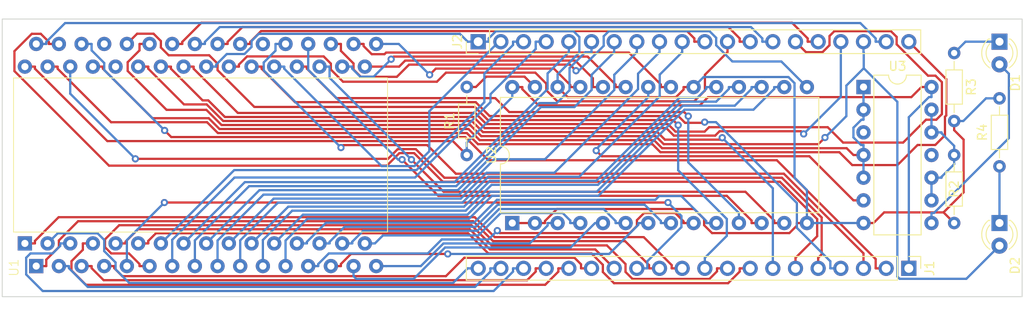
<source format=kicad_pcb>
(kicad_pcb (version 20221018) (generator pcbnew)
  (layers (0 "F.Cu" signal) (31 "B.Cu" signal) (34 "B.Paste" user) (35 "F.Paste" user) (36 "B.SilkS" user "B.Silkscreen") (37 "F.SilkS" user "F.Silkscreen") (38 "B.Mask" user) (39 "F.Mask" user) (44 "Edge.Cuts" user))
  (net 0 "")
  (net 1 "Net-(D1-K)")
  (net 2 "Net-(D1-A)")
  (net 3 "Net-(D2-K)")
  (net 4 "P0.0")
  (net 5 "VCC")
  (net 6 "~{RESET}")
  (net 7 "~{MDS}")
  (net 8 "IACK")
  (net 9 "P3.0")
  (net 10 "P3.1")
  (net 11 "P3.2")
  (net 12 "P3.3")
  (net 13 "P3.4")
  (net 14 "P3.5")
  (net 15 "P3.6")
  (net 16 "P3.7")
  (net 17 "P2.0")
  (net 18 "P2.1")
  (net 19 "P2.2")
  (net 20 "P2.3")
  (net 21 "P2.4")
  (net 22 "P2.5")
  (net 23 "P2.6")
  (net 24 "P2.7")
  (net 25 "GND")
  (net 26 "SCLK")
  (net 27 "P1.7")
  (net 28 "P1.6")
  (net 29 "P1.5")
  (net 30 "P1.4")
  (net 31 "P1.3")
  (net 32 "P1.2")
  (net 33 "P1.1")
  (net 34 "P1.0")
  (net 35 "P0.7")
  (net 36 "P0.6")
  (net 37 "P0.5")
  (net 38 "P0.4")
  (net 39 "P0.3")
  (net 40 "P0.2")
  (net 41 "P0.1")
  (net 42 "XTAL2")
  (net 43 "XTAL1")
  (net 44 "Net-(U2-~{WE})")
  (net 45 "Net-(R2-Pad2)")
  (net 46 "Net-(U1-D7)")
  (net 47 "Net-(U1-D6)")
  (net 48 "Net-(U1-D5)")
  (net 49 "Net-(U1-D4)")
  (net 50 "Net-(U1-A0)")
  (net 51 "Net-(U1-A1)")
  (net 52 "Net-(U1-A2)")
  (net 53 "Net-(U1-A3)")
  (net 54 "Net-(U1-A4)")
  (net 55 "Net-(U1-A5)")
  (net 56 "Net-(U1-A6)")
  (net 57 "Net-(U1-A7)")
  (net 58 "Net-(U1-A8)")
  (net 59 "Net-(U1-A9)")
  (net 60 "Net-(U1-A10)")
  (net 61 "Net-(U1-A11)")
  (net 62 "Net-(U1-D3)")
  (net 63 "Net-(U1-D2)")
  (net 64 "Net-(U1-D1)")
  (net 65 "Net-(U1-D0)")
  (net 69 "Net-(U1-R{slash}~{W})")
  (net 70 "Net-(U2-~{OE})")
  (footprint "Resistor_THT:R_Axial_DIN0204_L3.6mm_D1.6mm_P7.62mm_Horizontal" (layer "F.Cu") (at 90.16 63.495 90)
    (fp_text reference "R1")
    (fp_text value "1K")
  )
  (footprint "Resistor_THT:R_Axial_DIN0204_L3.6mm_D1.6mm_P7.62mm_Horizontal" (layer "F.Cu") (at 144.78 52.07 -90)
    (fp_text reference "R3")
    (fp_text value "1K")
  )
  (footprint "LED_THT:LED_D3.0mm" (layer "F.Cu") (at 149.86 50.8 -90)
    (fp_text reference "D1")
    (fp_text value "LED")
  )
  (footprint "LED_THT:LED_D3.0mm" (layer "F.Cu") (at 149.86 71.12 -90)
    (fp_text reference "D2")
    (fp_text value "LED")
  )
  (footprint "Connector_PinHeader_2.54mm:PinHeader_1x20_P2.54mm_Vertical" (layer "F.Cu") (at 139.7 76.2 -90)
    (fp_text reference "J1")
    (fp_text value "Conn_01x20")
  )
  (footprint "Connector_PinHeader_2.54mm:PinHeader_1x20_P2.54mm_Vertical" (layer "F.Cu") (at 91.44 50.8 90)
    (fp_text reference "J2")
    (fp_text value "Conn_01x20")
  )
  (footprint "Package_DIP:DIP-28_W15.24mm" (layer "F.Cu") (at 95.26 71.125 90)
    (fp_text reference "U2")
    (fp_text value "28C256")
  )
  (footprint "Resistor_THT:R_Axial_DIN0204_L3.6mm_D1.6mm_P7.62mm_Horizontal" (layer "F.Cu") (at 144.78 71.12 90)
    (fp_text reference "R2")
    (fp_text value "1K")
  )
  (footprint "Package_DIP:DIP-14_W7.62mm" (layer "F.Cu") (at 134.62 55.88)
    (fp_text reference "U3")
    (fp_text value "74LS40")
  )
  (footprint "Tholin:QIP" (layer "F.Cu") (at 38.1 63.5 90)
    (fp_text reference "U1")
    (fp_text value "UB8840")
  )
  (footprint "Resistor_THT:R_Axial_DIN0204_L3.6mm_D1.6mm_P7.62mm_Horizontal" (layer "F.Cu") (at 149.86 64.77 90)
    (fp_text reference "R4")
    (fp_text value "1K")
  )
  (gr_rect (start 38.1 48.26) (end 152.4 79.375) (stroke (width 0.1)) (fill none) (layer "Edge.Cuts"))
  (segment (start 149.86 50.8) (end 146.05 50.8) (width 0.25) (layer "B.Cu") (net 1))
  (segment (start 146.05 50.8) (end 144.78 52.07) (width 0.25) (layer "B.Cu") (net 1))
  (segment (start 142.24 69.9949) (end 142.5213 69.9949) (width 0.25) (layer "B.Cu") (net 2))
  (segment (start 150.9135 61.6027) (end 150.9135 54.3935) (width 0.25) (layer "B.Cu") (net 2))
  (segment (start 142.5213 69.9949) (end 150.9135 61.6027) (width 0.25) (layer "B.Cu") (net 2))
  (segment (start 142.24 71.12) (end 142.24 69.9949) (width 0.25) (layer "B.Cu") (net 2))
  (segment (start 150.9135 54.3935) (end 149.86 53.34) (width 0.25) (layer "B.Cu") (net 2))
  (segment (start 149.86 71.12) (end 149.86 64.77) (width 0.25) (layer "B.Cu") (net 3))
  (segment (start 53.4849 51.773) (end 52.1582 53.0997) (width 0.25) (layer "F.Cu") (net 4))
  (segment (start 52.1582 54.0794) (end 56.5158 58.437) (width 0.25) (layer "F.Cu") (net 4))
  (segment (start 60.9782 58.437) (end 62.6784 60.1372) (width 0.25) (layer "F.Cu") (net 4))
  (segment (start 90.5419 60.1372) (end 91.7893 61.3846) (width 0.25) (layer "F.Cu") (net 4))
  (segment (start 129.5585 62.2861) (end 130.3029 61.5417) (width 0.25) (layer "F.Cu") (net 4))
  (segment (start 56.5158 58.437) (end 60.9782 58.437) (width 0.25) (layer "F.Cu") (net 4))
  (segment (start 53.4849 51.054) (end 53.4849 51.773) (width 0.25) (layer "F.Cu") (net 4))
  (segment (start 52.1582 53.0997) (end 52.1582 54.0794) (width 0.25) (layer "F.Cu") (net 4))
  (segment (start 91.7893 61.3846) (end 111.3333 61.3846) (width 0.25) (layer "F.Cu") (net 4))
  (segment (start 62.6784 60.1372) (end 90.5419 60.1372) (width 0.25) (layer "F.Cu") (net 4))
  (segment (start 54.61 51.054) (end 53.4849 51.054) (width 0.25) (layer "F.Cu") (net 4))
  (segment (start 111.3333 61.3846) (end 112.2348 62.2861) (width 0.25) (layer "F.Cu") (net 4))
  (segment (start 112.2348 62.2861) (end 129.5585 62.2861) (width 0.25) (layer "F.Cu") (net 4))
  (via (at 130.3029 61.5417) (size 0.8) (drill 0.4) (layers "F.Cu" "B.Cu") (net 4))
  (segment (start 146.1448 77.3752) (end 138.669 77.3752) (width 0.25) (layer "B.Cu") (net 4))
  (segment (start 138.4146 57.54) (end 134.6478 53.7732) (width 0.25) (layer "B.Cu") (net 4))
  (segment (start 132.7004 59.1442) (end 130.3029 61.5417) (width 0.25) (layer "B.Cu") (net 4))
  (segment (start 138.669 77.3752) (end 138.4146 77.1208) (width 0.25) (layer "B.Cu") (net 4))
  (segment (start 134.62 51.9751) (end 134.6478 52.0029) (width 0.25) (layer "B.Cu") (net 4))
  (segment (start 134.6478 53.7732) (end 132.7004 55.7206) (width 0.25) (layer "B.Cu") (net 4))
  (segment (start 149.86 73.66) (end 146.1448 77.3752) (width 0.25) (layer "B.Cu") (net 4))
  (segment (start 134.62 50.8) (end 134.62 51.9751) (width 0.25) (layer "B.Cu") (net 4))
  (segment (start 134.6478 52.0029) (end 134.6478 53.7732) (width 0.25) (layer "B.Cu") (net 4))
  (segment (start 138.4146 77.1208) (end 138.4146 57.54) (width 0.25) (layer "B.Cu") (net 4))
  (segment (start 132.7004 55.7206) (end 132.7004 59.1442) (width 0.25) (layer "B.Cu") (net 4))
  (segment (start 142.24 55.88) (end 141.1149 55.88) (width 0.25) (layer "F.Cu") (net 5))
  (segment (start 49.8755 61.9376) (end 88.6026 61.9376) (width 0.25) (layer "F.Cu") (net 5))
  (segment (start 139.9847 57.0102) (end 117.202 57.0102) (width 0.25) (layer "F.Cu") (net 5))
  (segment (start 88.6026 61.9376) (end 90.16 63.495) (width 0.25) (layer "F.Cu") (net 5))
  (segment (start 41.7651 53.594) (end 41.7651 53.8272) (width 0.25) (layer "F.Cu") (net 5))
  (segment (start 141.1149 55.88) (end 139.9847 57.0102) (width 0.25) (layer "F.Cu") (net 5))
  (segment (start 41.7651 53.8272) (end 49.8755 61.9376) (width 0.25) (layer "F.Cu") (net 5))
  (segment (start 95.26 55.885) (end 96.3851 55.885) (width 0.25) (layer "F.Cu") (net 5))
  (segment (start 117.202 57.0102) (end 116.2796 57.9326) (width 0.25) (layer "F.Cu") (net 5))
  (segment (start 96.3851 56.1182) (end 96.3851 55.885) (width 0.25) (layer "F.Cu") (net 5))
  (segment (start 116.2796 57.9326) (end 98.1995 57.9326) (width 0.25) (layer "F.Cu") (net 5))
  (segment (start 40.64 53.594) (end 41.7651 53.594) (width 0.25) (layer "F.Cu") (net 5))
  (segment (start 98.1995 57.9326) (end 96.3851 56.1182) (width 0.25) (layer "F.Cu") (net 5))
  (segment (start 142.24 57.0051) (end 141.9587 57.0051) (width 0.25) (layer "B.Cu") (net 5))
  (segment (start 95.26 55.885) (end 95.26 57.0101) (width 0.25) (layer "B.Cu") (net 5))
  (segment (start 139.7 59.2638) (end 139.7 76.2) (width 0.25) (layer "B.Cu") (net 5))
  (segment (start 90.16 62.1101) (end 90.16 63.495) (width 0.25) (layer "B.Cu") (net 5))
  (segment (start 95.26 57.0101) (end 90.16 62.1101) (width 0.25) (layer "B.Cu") (net 5))
  (segment (start 142.24 55.88) (end 142.24 57.0051) (width 0.25) (layer "B.Cu") (net 5))
  (segment (start 141.9587 57.0051) (end 139.7 59.2638) (width 0.25) (layer "B.Cu") (net 5))
  (segment (start 56.3 60.7467) (end 57.0408 61.4875) (width 0.25) (layer "F.Cu") (net 6))
  (segment (start 57.0408 61.4875) (end 89.9825 61.4875) (width 0.25) (layer "F.Cu") (net 6))
  (segment (start 124.9097 64.0865) (end 135.9849 75.1617) (width 0.25) (layer "F.Cu") (net 6))
  (segment (start 137.16 76.2) (end 135.9849 76.2) (width 0.25) (layer "F.Cu") (net 6))
  (segment (start 89.9825 61.4875) (end 92.5815 64.0865) (width 0.25) (layer "F.Cu") (net 6))
  (segment (start 135.9849 75.1617) (end 135.9849 76.2) (width 0.25) (layer "F.Cu") (net 6))
  (segment (start 92.5815 64.0865) (end 124.9097 64.0865) (width 0.25) (layer "F.Cu") (net 6))
  (via (at 56.3 60.7467) (size 0.8) (drill 0.4) (layers "F.Cu" "B.Cu") (net 6))
  (segment (start 49.53 53.9767) (end 56.3 60.7467) (width 0.25) (layer "B.Cu") (net 6))
  (segment (start 46.99 51.054) (end 48.1151 51.054) (width 0.25) (layer "B.Cu") (net 6))
  (segment (start 48.1151 51.773) (end 49.53 53.1879) (width 0.25) (layer "B.Cu") (net 6))
  (segment (start 49.53 53.1879) (end 49.53 53.9767) (width 0.25) (layer "B.Cu") (net 6))
  (segment (start 48.1151 51.054) (end 48.1151 51.773) (width 0.25) (layer "B.Cu") (net 6))
  (segment (start 85.7274 62.3877) (end 76.3401 62.3877) (width 0.25) (layer "F.Cu") (net 7))
  (segment (start 88.9355 65.5958) (end 85.7274 62.3877) (width 0.25) (layer "F.Cu") (net 7))
  (segment (start 76.3401 62.3877) (end 76.0613 62.6665) (width 0.25) (layer "F.Cu") (net 7))
  (segment (start 134.62 74.5211) (end 125.6947 65.5958) (width 0.25) (layer "F.Cu") (net 7))
  (segment (start 134.62 76.2) (end 134.62 74.5211) (width 0.25) (layer "F.Cu") (net 7))
  (segment (start 125.6947 65.5958) (end 88.9355 65.5958) (width 0.25) (layer "F.Cu") (net 7))
  (via (at 76.0613 62.6665) (size 0.8) (drill 0.4) (layers "F.Cu" "B.Cu") (net 7))
  (segment (start 67.405 53.1291) (end 67.405 54.0102) (width 0.25) (layer "B.Cu") (net 7))
  (segment (start 68.7249 51.8092) (end 67.405 53.1291) (width 0.25) (layer "B.Cu") (net 7))
  (segment (start 68.7249 51.054) (end 68.7249 51.8092) (width 0.25) (layer "B.Cu") (net 7))
  (segment (start 69.85 51.054) (end 68.7249 51.054) (width 0.25) (layer "B.Cu") (net 7))
  (segment (start 67.405 54.0102) (end 76.0613 62.6665) (width 0.25) (layer "B.Cu") (net 7))
  (segment (start 91.1625 57.5748) (end 92.7218 59.1341) (width 0.25) (layer "F.Cu") (net 8))
  (segment (start 70.9127 57.5748) (end 91.1625 57.5748) (width 0.25) (layer "F.Cu") (net 8))
  (segment (start 67.1651 53.594) (end 67.1651 53.8272) (width 0.25) (layer "F.Cu") (net 8))
  (segment (start 114.6191 59.8899) (end 116.7457 59.8899) (width 0.25) (layer "F.Cu") (net 8))
  (segment (start 113.8633 59.1341) (end 114.6191 59.8899) (width 0.25) (layer "F.Cu") (net 8))
  (segment (start 116.7457 59.8899) (end 116.8208 59.8148) (width 0.25) (layer "F.Cu") (net 8))
  (segment (start 66.04 53.594) (end 67.1651 53.594) (width 0.25) (layer "F.Cu") (net 8))
  (segment (start 67.1651 53.8272) (end 70.9127 57.5748) (width 0.25) (layer "F.Cu") (net 8))
  (segment (start 92.7218 59.1341) (end 113.8633 59.1341) (width 0.25) (layer "F.Cu") (net 8))
  (via (at 116.8208 59.8148) (size 0.8) (drill 0.4) (layers "F.Cu" "B.Cu") (net 8))
  (segment (start 130.9049 75.4104) (end 127.1548 71.6603) (width 0.25) (layer "B.Cu") (net 8))
  (segment (start 127.1548 68.8809) (end 118.0887 59.8148) (width 0.25) (layer "B.Cu") (net 8))
  (segment (start 118.0887 59.8148) (end 116.8208 59.8148) (width 0.25) (layer "B.Cu") (net 8))
  (segment (start 132.08 76.2) (end 130.9049 76.2) (width 0.25) (layer "B.Cu") (net 8))
  (segment (start 127.1548 71.6603) (end 127.1548 68.8809) (width 0.25) (layer "B.Cu") (net 8))
  (segment (start 130.9049 76.2) (end 130.9049 75.4104) (width 0.25) (layer "B.Cu") (net 8))
  (segment (start 129.9338 70.5018) (end 125.4779 66.0459) (width 0.25) (layer "F.Cu") (net 9))
  (segment (start 129.9338 74.6311) (end 129.9338 70.5018) (width 0.25) (layer "F.Cu") (net 9))
  (segment (start 129.54 75.0249) (end 129.9338 74.6311) (width 0.25) (layer "F.Cu") (net 9))
  (segment (start 87.6541 66.0459) (end 84.446 62.8378) (width 0.25) (layer "F.Cu") (net 9))
  (segment (start 81.332 63.9274) (end 53.0208 63.9274) (width 0.25) (layer "F.Cu") (net 9))
  (segment (start 125.4779 66.0459) (end 87.6541 66.0459) (width 0.25) (layer "F.Cu") (net 9))
  (segment (start 84.446 62.8378) (end 82.4216 62.8378) (width 0.25) (layer "F.Cu") (net 9))
  (segment (start 82.4216 62.8378) (end 81.332 63.9274) (width 0.25) (layer "F.Cu") (net 9))
  (segment (start 129.54 76.2) (end 129.54 75.0249) (width 0.25) (layer "F.Cu") (net 9))
  (via (at 53.0208 63.9274) (size 0.8) (drill 0.4) (layers "F.Cu" "B.Cu") (net 9))
  (segment (start 45.72 56.6266) (end 53.0208 63.9274) (width 0.25) (layer "B.Cu") (net 9))
  (segment (start 45.72 53.594) (end 45.72 56.6266) (width 0.25) (layer "B.Cu") (net 9))
  (segment (start 129.428 72.5969) (end 129.428 70.6813) (width 0.25) (layer "F.Cu") (net 10))
  (segment (start 41.4134 49.9166) (end 42.4206 49.9166) (width 0.25) (layer "F.Cu") (net 10))
  (segment (start 82.6081 63.2879) (end 81.2041 64.6919) (width 0.25) (layer "F.Cu") (net 10))
  (segment (start 127 75.0249) (end 129.428 72.5969) (width 0.25) (layer "F.Cu") (net 10))
  (segment (start 125.2427 66.496) (end 87.4676 66.496) (width 0.25) (layer "F.Cu") (net 10))
  (segment (start 127 76.2) (end 127 75.0249) (width 0.25) (layer "F.Cu") (net 10))
  (segment (start 81.2041 64.6919) (end 50.0635 64.6919) (width 0.25) (layer "F.Cu") (net 10))
  (segment (start 87.4676 66.496) (end 84.2595 63.2879) (width 0.25) (layer "F.Cu") (net 10))
  (segment (start 43.3249 50.8209) (end 43.3249 51.054) (width 0.25) (layer "F.Cu") (net 10))
  (segment (start 84.2595 63.2879) (end 82.6081 63.2879) (width 0.25) (layer "F.Cu") (net 10))
  (segment (start 39.4671 51.8629) (end 41.4134 49.9166) (width 0.25) (layer "F.Cu") (net 10))
  (segment (start 44.45 51.054) (end 43.3249 51.054) (width 0.25) (layer "F.Cu") (net 10))
  (segment (start 50.0635 64.6919) (end 39.4671 54.0955) (width 0.25) (layer "F.Cu") (net 10))
  (segment (start 39.4671 54.0955) (end 39.4671 51.8629) (width 0.25) (layer "F.Cu") (net 10))
  (segment (start 42.4206 49.9166) (end 43.3249 50.8209) (width 0.25) (layer "F.Cu") (net 10))
  (segment (start 129.428 70.6813) (end 125.2427 66.496) (width 0.25) (layer "F.Cu") (net 10))
  (segment (start 62.8649 59.6871) (end 90.7284 59.6871) (width 0.25) (layer "F.Cu") (net 11))
  (segment (start 112.3619 61.7766) (end 118.5743 61.7766) (width 0.25) (layer "F.Cu") (net 11))
  (segment (start 90.7284 59.6871) (end 91.9758 60.9345) (width 0.25) (layer "F.Cu") (net 11))
  (segment (start 54.4651 53.594) (end 54.4651 53.8272) (width 0.25) (layer "F.Cu") (net 11))
  (segment (start 53.34 53.594) (end 54.4651 53.594) (width 0.25) (layer "F.Cu") (net 11))
  (segment (start 111.5198 60.9345) (end 112.3619 61.7766) (width 0.25) (layer "F.Cu") (net 11))
  (segment (start 54.4651 53.8272) (end 58.4656 57.8277) (width 0.25) (layer "F.Cu") (net 11))
  (segment (start 118.5743 61.7766) (end 118.7899 61.561) (width 0.25) (layer "F.Cu") (net 11))
  (segment (start 61.0055 57.8277) (end 62.8649 59.6871) (width 0.25) (layer "F.Cu") (net 11))
  (segment (start 58.4656 57.8277) (end 61.0055 57.8277) (width 0.25) (layer "F.Cu") (net 11))
  (segment (start 91.9758 60.9345) (end 111.5198 60.9345) (width 0.25) (layer "F.Cu") (net 11))
  (via (at 118.7899 61.561) (size 0.8) (drill 0.4) (layers "F.Cu" "B.Cu") (net 11))
  (segment (start 124.46 76.2) (end 124.46 67.2311) (width 0.25) (layer "B.Cu") (net 11))
  (segment (start 124.46 67.2311) (end 118.7899 61.561) (width 0.25) (layer "B.Cu") (net 11))
  (segment (start 120.7449 76.5652) (end 120.7449 76.2) (width 0.25) (layer "F.Cu") (net 12))
  (segment (start 55.3207 72.2691) (end 90.3107 72.2691) (width 0.25) (layer "F.Cu") (net 12))
  (segment (start 121.92 76.2) (end 120.7449 76.2) (width 0.25) (layer "F.Cu") (net 12))
  (segment (start 92.5728 74.5312) (end 104.1378 74.5312) (width 0.25) (layer "F.Cu") (net 12))
  (segment (start 106.6621 77.863) (end 119.4471 77.863) (width 0.25) (layer "F.Cu") (net 12))
  (segment (start 105.41 76.6109) (end 106.6621 77.863) (width 0.25) (layer "F.Cu") (net 12))
  (segment (start 53.34 73.406) (end 54.4651 73.406) (width 0.25) (layer "F.Cu") (net 12))
  (segment (start 119.4471 77.863) (end 120.7449 76.5652) (width 0.25) (layer "F.Cu") (net 12))
  (segment (start 104.1378 74.5312) (end 105.41 75.8034) (width 0.25) (layer "F.Cu") (net 12))
  (segment (start 54.4651 73.406) (end 54.4651 73.1247) (width 0.25) (layer "F.Cu") (net 12))
  (segment (start 90.3107 72.2691) (end 92.5728 74.5312) (width 0.25) (layer "F.Cu") (net 12))
  (segment (start 54.4651 73.1247) (end 55.3207 72.2691) (width 0.25) (layer "F.Cu") (net 12))
  (segment (start 105.41 75.8034) (end 105.41 76.6109) (width 0.25) (layer "F.Cu") (net 12))
  (segment (start 92.9458 73.631) (end 105.8654 73.631) (width 0.25) (layer "F.Cu") (net 13))
  (segment (start 50.3192 74.5312) (end 49.6182 73.8302) (width 0.25) (layer "F.Cu") (net 13))
  (segment (start 90.6836 71.3688) (end 92.9458 73.631) (width 0.25) (layer "F.Cu") (net 13))
  (segment (start 117.3536 77.3874) (end 118.2049 76.5361) (width 0.25) (layer "F.Cu") (net 13))
  (segment (start 53.4849 75.7129) (end 52.3032 74.5312) (width 0.25) (layer "F.Cu") (net 13))
  (segment (start 107.95 76.6034) (end 108.734 77.3874) (width 0.25) (layer "F.Cu") (net 13))
  (segment (start 118.2049 76.5361) (end 118.2049 76.2) (width 0.25) (layer "F.Cu") (net 13))
  (segment (start 53.4849 75.946) (end 53.4849 75.7129) (width 0.25) (layer "F.Cu") (net 13))
  (segment (start 52.3032 74.5312) (end 50.3192 74.5312) (width 0.25) (layer "F.Cu") (net 13))
  (segment (start 49.6182 72.9521) (end 51.2015 71.3688) (width 0.25) (layer "F.Cu") (net 13))
  (segment (start 119.38 76.2) (end 118.2049 76.2) (width 0.25) (layer "F.Cu") (net 13))
  (segment (start 49.6182 73.8302) (end 49.6182 72.9521) (width 0.25) (layer "F.Cu") (net 13))
  (segment (start 54.61 75.946) (end 53.4849 75.946) (width 0.25) (layer "F.Cu") (net 13))
  (segment (start 108.734 77.3874) (end 117.3536 77.3874) (width 0.25) (layer "F.Cu") (net 13))
  (segment (start 105.8654 73.631) (end 107.95 75.7156) (width 0.25) (layer "F.Cu") (net 13))
  (segment (start 107.95 75.7156) (end 107.95 76.6034) (width 0.25) (layer "F.Cu") (net 13))
  (segment (start 51.2015 71.3688) (end 90.6836 71.3688) (width 0.25) (layer "F.Cu") (net 13))
  (segment (start 61.2959 52.324) (end 56.752 52.324) (width 0.25) (layer "F.Cu") (net 14))
  (segment (start 53.2174 49.9066) (end 52.07 51.054) (width 0.25) (layer "F.Cu") (net 14))
  (segment (start 55.88 51.452) (end 55.88 50.7266) (width 0.25) (layer "F.Cu") (net 14))
  (segment (start 55.88 50.7266) (end 55.06 49.9066) (width 0.25) (layer "F.Cu") (net 14))
  (segment (start 91.0629 58.1118) (end 66.3504 58.1118) (width 0.25) (layer "F.Cu") (net 14))
  (segment (start 62.23 53.2581) (end 61.2959 52.324) (width 0.25) (layer "F.Cu") (net 14))
  (segment (start 56.752 52.324) (end 55.88 51.452) (width 0.25) (layer "F.Cu") (net 14))
  (segment (start 113.2838 59.5842) (end 92.5353 59.5842) (width 0.25) (layer "F.Cu") (net 14))
  (segment (start 66.3504 58.1118) (end 62.23 53.9914) (width 0.25) (layer "F.Cu") (net 14))
  (segment (start 92.5353 59.5842) (end 91.0629 58.1118) (width 0.25) (layer "F.Cu") (net 14))
  (segment (start 113.8509 60.1513) (end 113.2838 59.5842) (width 0.25) (layer "F.Cu") (net 14))
  (segment (start 55.06 49.9066) (end 53.2174 49.9066) (width 0.25) (layer "F.Cu") (net 14))
  (segment (start 62.23 53.9914) (end 62.23 53.2581) (width 0.25) (layer "F.Cu") (net 14))
  (via (at 113.8509 60.1513) (size 0.8) (drill 0.4) (layers "F.Cu" "B.Cu") (net 14))
  (segment (start 119.3013 72.5636) (end 119.3013 70.6615) (width 0.25) (layer "B.Cu") (net 14))
  (segment (start 113.8509 65.2111) (end 113.8509 60.1513) (width 0.25) (layer "B.Cu") (net 14))
  (segment (start 116.84 76.2) (end 116.84 75.0249) (width 0.25) (layer "B.Cu") (net 14))
  (segment (start 119.3013 70.6615) (end 113.8509 65.2111) (width 0.25) (layer "B.Cu") (net 14))
  (segment (start 116.84 75.0249) (end 119.3013 72.5636) (width 0.25) (layer "B.Cu") (net 14))
  (segment (start 44.4212 70.4686) (end 91.0566 70.4686) (width 0.25) (layer "F.Cu") (net 15))
  (segment (start 93.2882 72.7002) (end 109.9903 72.7002) (width 0.25) (layer "F.Cu") (net 15))
  (segment (start 113.1249 75.8348) (end 113.1249 76.2) (width 0.25) (layer "F.Cu") (net 15))
  (segment (start 114.3 76.2) (end 113.1249 76.2) (width 0.25) (layer "F.Cu") (net 15))
  (segment (start 91.0566 70.4686) (end 93.2882 72.7002) (width 0.25) (layer "F.Cu") (net 15))
  (segment (start 40.64 73.406) (end 41.7651 73.406) (width 0.25) (layer "F.Cu") (net 15))
  (segment (start 41.7651 73.1247) (end 44.4212 70.4686) (width 0.25) (layer "F.Cu") (net 15))
  (segment (start 41.7651 73.406) (end 41.7651 73.1247) (width 0.25) (layer "F.Cu") (net 15))
  (segment (start 109.9903 72.7002) (end 113.1249 75.8348) (width 0.25) (layer "F.Cu") (net 15))
  (segment (start 93.1017 73.1503) (end 107.9025 73.1503) (width 0.25) (layer "F.Cu") (net 16))
  (segment (start 110.5849 75.8327) (end 110.5849 76.2) (width 0.25) (layer "F.Cu") (net 16))
  (segment (start 44.45 73.0696) (end 46.6009 70.9187) (width 0.25) (layer "F.Cu") (net 16))
  (segment (start 41.91 75.946) (end 43.0351 75.946) (width 0.25) (layer "F.Cu") (net 16))
  (segment (start 46.6009 70.9187) (end 90.8701 70.9187) (width 0.25) (layer "F.Cu") (net 16))
  (segment (start 43.0351 75.227) (end 44.45 73.8121) (width 0.25) (layer "F.Cu") (net 16))
  (segment (start 111.76 76.2) (end 110.5849 76.2) (width 0.25) (layer "F.Cu") (net 16))
  (segment (start 44.45 73.8121) (end 44.45 73.0696) (width 0.25) (layer "F.Cu") (net 16))
  (segment (start 107.9025 73.1503) (end 110.5849 75.8327) (width 0.25) (layer "F.Cu") (net 16))
  (segment (start 43.0351 75.946) (end 43.0351 75.227) (width 0.25) (layer "F.Cu") (net 16))
  (segment (start 90.8701 70.9187) (end 93.1017 73.1503) (width 0.25) (layer "F.Cu") (net 16))
  (segment (start 112.7105 68.8246) (end 56.2729 68.8246) (width 0.25) (layer "F.Cu") (net 17))
  (via (at 112.7105 68.8246) (size 0.8) (drill 0.4) (layers "F.Cu" "B.Cu") (net 17))
  (via (at 56.2729 68.8246) (size 0.8) (drill 0.4) (layers "F.Cu" "B.Cu") (net 17))
  (segment (start 110.3951 75.4051) (end 114.2169 71.5833) (width 0.25) (layer "B.Cu") (net 17))
  (segment (start 114.2169 71.5833) (end 114.2169 70.331) (width 0.25) (layer "B.Cu") (net 17))
  (segment (start 110.3951 76.2) (end 110.3951 75.4051) (width 0.25) (layer "B.Cu") (net 17))
  (segment (start 109.22 76.2) (end 110.3951 76.2) (width 0.25) (layer "B.Cu") (net 17))
  (segment (start 52.07 73.0275) (end 56.2729 68.8246) (width 0.25) (layer "B.Cu") (net 17))
  (segment (start 52.07 75.946) (end 52.07 73.0275) (width 0.25) (layer "B.Cu") (net 17))
  (segment (start 114.2169 70.331) (end 112.7105 68.8246) (width 0.25) (layer "B.Cu") (net 17))
  (segment (start 90.4971 71.8189) (end 92.7593 74.0811) (width 0.25) (layer "F.Cu") (net 18))
  (segment (start 51.9251 73.2075) (end 53.3137 71.8189) (width 0.25) (layer "F.Cu") (net 18))
  (segment (start 92.7593 74.0811) (end 104.5611 74.0811) (width 0.25) (layer "F.Cu") (net 18))
  (segment (start 50.8 73.406) (end 51.9251 73.406) (width 0.25) (layer "F.Cu") (net 18))
  (segment (start 51.9251 73.406) (end 51.9251 73.2075) (width 0.25) (layer "F.Cu") (net 18))
  (segment (start 53.3137 71.8189) (end 90.4971 71.8189) (width 0.25) (layer "F.Cu") (net 18))
  (segment (start 104.5611 74.0811) (end 106.68 76.2) (width 0.25) (layer "F.Cu") (net 18))
  (segment (start 51.551 77.0751) (end 50.6551 76.1792) (width 0.25) (layer "F.Cu") (net 19))
  (segment (start 102.9649 76.2) (end 102.9649 75.7463) (width 0.25) (layer "F.Cu") (net 19))
  (segment (start 89.8793 75.0164) (end 87.8206 77.0751) (width 0.25) (layer "F.Cu") (net 19))
  (segment (start 50.6551 75.946) (end 49.53 75.946) (width 0.25) (layer "F.Cu") (net 19))
  (segment (start 102.9649 75.7463) (end 102.235 75.0164) (width 0.25) (layer "F.Cu") (net 19))
  (segment (start 102.235 75.0164) (end 89.8793 75.0164) (width 0.25) (layer "F.Cu") (net 19))
  (segment (start 104.14 76.2) (end 102.9649 76.2) (width 0.25) (layer "F.Cu") (net 19))
  (segment (start 87.8206 77.0751) (end 51.551 77.0751) (width 0.25) (layer "F.Cu") (net 19))
  (segment (start 50.6551 76.1792) (end 50.6551 75.946) (width 0.25) (layer "F.Cu") (net 19))
  (segment (start 100.4249 76.5673) (end 98.9485 78.0437) (width 0.25) (layer "F.Cu") (net 20))
  (segment (start 47.474 78.0437) (end 45.8603 76.43) (width 0.25) (layer "F.Cu") (net 20))
  (segment (start 45.8603 76.43) (end 45.8603 75.3996) (width 0.25) (layer "F.Cu") (net 20))
  (segment (start 100.4249 76.2) (end 100.4249 76.5673) (width 0.25) (layer "F.Cu") (net 20))
  (segment (start 45.8603 75.3996) (end 47.1349 74.125) (width 0.25) (layer "F.Cu") (net 20))
  (segment (start 48.26 73.406) (end 47.1349 73.406) (width 0.25) (layer "F.Cu") (net 20))
  (segment (start 101.6 76.2) (end 100.4249 76.2) (width 0.25) (layer "F.Cu") (net 20))
  (segment (start 47.1349 74.125) (end 47.1349 73.406) (width 0.25) (layer "F.Cu") (net 20))
  (segment (start 98.9485 78.0437) (end 47.474 78.0437) (width 0.25) (layer "F.Cu") (net 20))
  (segment (start 97.8849 76.5672) (end 96.9268 77.5253) (width 0.25) (layer "F.Cu") (net 21))
  (segment (start 96.9268 77.5253) (end 49.4612 77.5253) (width 0.25) (layer "F.Cu") (net 21))
  (segment (start 48.1151 76.1792) (end 48.1151 75.946) (width 0.25) (layer "F.Cu") (net 21))
  (segment (start 49.4612 77.5253) (end 48.1151 76.1792) (width 0.25) (layer "F.Cu") (net 21))
  (segment (start 46.99 75.946) (end 48.1151 75.946) (width 0.25) (layer "F.Cu") (net 21))
  (segment (start 97.8849 76.2) (end 97.8849 76.5672) (width 0.25) (layer "F.Cu") (net 21))
  (segment (start 99.06 76.2) (end 97.8849 76.2) (width 0.25) (layer "F.Cu") (net 21))
  (segment (start 40.7848 76.8888) (end 42.636 78.74) (width 0.25) (layer "B.Cu") (net 22))
  (segment (start 95.3449 76.5672) (end 95.3449 76.2) (width 0.25) (layer "B.Cu") (net 22))
  (segment (start 44.5949 73.406) (end 44.5949 73.6874) (width 0.25) (layer "B.Cu") (net 22))
  (segment (start 42.636 78.74) (end 93.1721 78.74) (width 0.25) (layer "B.Cu") (net 22))
  (segment (start 41.2633 74.5311) (end 40.7848 75.0096) (width 0.25) (layer "B.Cu") (net 22))
  (segment (start 43.7512 74.5311) (end 41.2633 74.5311) (width 0.25) (layer "B.Cu") (net 22))
  (segment (start 45.72 73.406) (end 44.5949 73.406) (width 0.25) (layer "B.Cu") (net 22))
  (segment (start 93.1721 78.74) (end 95.3449 76.5672) (width 0.25) (layer "B.Cu") (net 22))
  (segment (start 44.5949 73.6874) (end 43.7512 74.5311) (width 0.25) (layer "B.Cu") (net 22))
  (segment (start 40.7848 75.0096) (end 40.7848 76.8888) (width 0.25) (layer "B.Cu") (net 22))
  (segment (start 95.3449 76.2) (end 96.52 76.2) (width 0.25) (layer "B.Cu") (net 22))
  (segment (start 45.5751 76.1792) (end 47.6859 78.29) (width 0.25) (layer "B.Cu") (net 23))
  (segment (start 47.6859 78.29) (end 91.0821 78.29) (width 0.25) (layer "B.Cu") (net 23))
  (segment (start 92.8049 76.5672) (end 92.8049 76.2) (width 0.25) (layer "B.Cu") (net 23))
  (segment (start 91.0821 78.29) (end 92.8049 76.5672) (width 0.25) (layer "B.Cu") (net 23))
  (segment (start 92.8049 76.2) (end 93.98 76.2) (width 0.25) (layer "B.Cu") (net 23))
  (segment (start 45.5751 75.946) (end 45.5751 76.1792) (width 0.25) (layer "B.Cu") (net 23))
  (segment (start 44.45 75.946) (end 45.5751 75.946) (width 0.25) (layer "B.Cu") (net 23))
  (segment (start 48.7841 72.2732) (end 44.3128 72.2732) (width 0.25) (layer "B.Cu") (net 24))
  (segment (start 91.44 76.2) (end 90.2649 76.2) (width 0.25) (layer "B.Cu") (net 24))
  (segment (start 88.6249 77.84) (end 52.3314 77.84) (width 0.25) (layer "B.Cu") (net 24))
  (segment (start 50.8 76.3086) (end 50.8 75.54) (width 0.25) (layer "B.Cu") (net 24))
  (segment (start 50.8 75.54) (end 49.53 74.27) (width 0.25) (layer "B.Cu") (net 24))
  (segment (start 49.53 74.27) (end 49.53 73.0191) (width 0.25) (layer "B.Cu") (net 24))
  (segment (start 52.3314 77.84) (end 50.8 76.3086) (width 0.25) (layer "B.Cu") (net 24))
  (segment (start 49.53 73.0191) (end 48.7841 72.2732) (width 0.25) (layer "B.Cu") (net 24))
  (segment (start 44.3128 72.2732) (end 43.18 73.406) (width 0.25) (layer "B.Cu") (net 24))
  (segment (start 90.2649 76.2) (end 88.6249 77.84) (width 0.25) (layer "B.Cu") (net 24))
  (segment (start 101.4718 57.0168) (end 100.34 55.885) (width 0.25) (layer "F.Cu") (net 25))
  (segment (start 115.6409 69.5498) (end 100.2671 69.5498) (width 0.25) (layer "F.Cu") (net 25))
  (segment (start 116.7577 70.6666) (end 115.6409 69.5498) (width 0.25) (layer "F.Cu") (net 25))
  (segment (start 126.3112 72.2501) (end 117.6477 72.2501) (width 0.25) (layer "F.Cu") (net 25))
  (segment (start 145.8391 61.7742) (end 144.78 60.7151) (width 0.25) (layer "F.Cu") (net 25))
  (segment (start 136.9357 69.9294) (end 143.5894 69.9294) (width 0.25) (layer "F.Cu") (net 25))
  (segment (start 117.6477 72.2501) (end 116.7577 71.3601) (width 0.25) (layer "F.Cu") (net 25))
  (segment (start 114.4549 55.885) (end 114.4549 56.1663) (width 0.25) (layer "F.Cu") (net 25))
  (segment (start 113.6044 57.0168) (end 101.4718 57.0168) (width 0.25) (layer "F.Cu") (net 25))
  (segment (start 134.62 71.12) (end 135.7451 71.12) (width 0.25) (layer "F.Cu") (net 25))
  (segment (start 98.9251 70.8918) (end 98.9251 71.125) (width 0.25) (layer "F.Cu") (net 25))
  (segment (start 143.5894 69.9294) (end 144.78 71.12) (width 0.25) (layer "F.Cu") (net 25))
  (segment (start 135.7451 71.12) (end 136.9357 69.9294) (width 0.25) (layer "F.Cu") (net 25))
  (segment (start 128.28 71.125) (end 127.1549 71.125) (width 0.25) (layer "F.Cu") (net 25))
  (segment (start 127.1549 71.125) (end 127.1549 71.4064) (width 0.25) (layer "F.Cu") (net 25))
  (segment (start 114.4549 56.1663) (end 113.6044 57.0168) (width 0.25) (layer "F.Cu") (net 25))
  (segment (start 144.78 59.69) (end 144.78 60.7151) (width 0.25) (layer "F.Cu") (net 25))
  (segment (start 143.5894 69.9294) (end 145.8391 67.6797) (width 0.25) (layer "F.Cu") (net 25))
  (segment (start 116.7577 71.3601) (end 116.7577 70.6666) (width 0.25) (layer "F.Cu") (net 25))
  (segment (start 145.8391 67.6797) (end 145.8391 61.7742) (width 0.25) (layer "F.Cu") (net 25))
  (segment (start 127.1549 71.4064) (end 126.3112 72.2501) (width 0.25) (layer "F.Cu") (net 25))
  (segment (start 97.8 71.125) (end 98.9251 71.125) (width 0.25) (layer "F.Cu") (net 25))
  (segment (start 100.2671 69.5498) (end 98.9251 70.8918) (width 0.25) (layer "F.Cu") (net 25))
  (segment (start 115.58 55.885) (end 114.4549 55.885) (width 0.25) (layer "F.Cu") (net 25))
  (segment (start 95.26 71.125) (end 97.8 71.125) (width 0.25) (layer "F.Cu") (net 25))
  (segment (start 128.28 71.125) (end 129.4051 71.125) (width 0.25) (layer "B.Cu") (net 25))
  (segment (start 144.78 59.69) (end 145.8051 59.69) (width 0.25) (layer "B.Cu") (net 25))
  (segment (start 66.04 51.3899) (end 65.2507 52.1792) (width 0.25) (layer "B.Cu") (net 25))
  (segment (start 60.96 53.594) (end 62.0851 53.594) (width 0.25) (layer "B.Cu") (net 25))
  (segment (start 66.8483 49.9212) (end 66.04 50.7295) (width 0.25) (layer "B.Cu") (net 25))
  (segment (start 116.7052 54.7598) (end 126.2081 54.7598) (width 0.25) (layer "B.Cu") (net 25))
  (segment (start 92.6151 50.8) (end 92.6151 50.4327) (width 0.25) (layer "B.Cu") (net 25))
  (segment (start 65.2507 52.1792) (end 63.2667 52.1792) (width 0.25) (layer "B.Cu") (net 25))
  (segment (start 115.58 55.885) (end 116.7052 54.7598) (width 0.25) (layer "B.Cu") (net 25))
  (segment (start 63.2667 52.1792) (end 62.0851 53.3608) (width 0.25) (layer "B.Cu") (net 25))
  (segment (start 89.3861 49.9212) (end 66.8483 49.9212) (width 0.25) (layer "B.Cu") (net 25))
  (segment (start 129.4101 71.12) (end 129.4051 71.125) (width 0.25) (layer "B.Cu") (net 25))
  (segment (start 134.62 71.12) (end 129.4101 71.12) (width 0.25) (layer "B.Cu") (net 25))
  (segment (start 92.6151 50.4327) (end 93.4229 49.6249) (width 0.25) (layer "B.Cu") (net 25))
  (segment (start 62.0851 53.3608) (end 62.0851 53.594) (width 0.25) (layer "B.Cu") (net 25))
  (segment (start 126.8912 66.0362) (end 128.28 67.425) (width 0.25) (layer "B.Cu") (net 25))
  (segment (start 102.7768 52.0179) (end 100.34 54.4547) (width 0.25) (layer "B.Cu") (net 25))
  (segment (start 102.1242 49.6249) (end 102.7768 50.2775) (width 0.25) (layer "B.Cu") (net 25))
  (segment (start 92.0276 50.8) (end 91.44 50.8) (width 0.25) (layer "B.Cu") (net 25))
  (segment (start 66.04 50.7295) (end 66.04 51.3899) (width 0.25) (layer "B.Cu") (net 25))
  (segment (start 93.4229 49.6249) (end 102.1242 49.6249) (width 0.25) (layer "B.Cu") (net 25))
  (segment (start 126.2081 54.7598) (end 126.8912 55.4429) (width 0.25) (layer "B.Cu") (net 25))
  (segment (start 100.34 54.4547) (end 100.34 54.7599) (width 0.25) (layer "B.Cu") (net 25))
  (segment (start 100.34 55.885) (end 100.34 54.7599) (width 0.25) (layer "B.Cu") (net 25))
  (segment (start 149.86 57.15) (end 148.3451 57.15) (width 0.25) (layer "B.Cu") (net 25))
  (segment (start 92.0276 50.8) (end 92.6151 50.8) (width 0.25) (layer "B.Cu") (net 25))
  (segment (start 91.44 50.8) (end 90.2649 50.8) (width 0.25) (layer "B.Cu") (net 25))
  (segment (start 148.3451 57.15) (end 145.8051 59.69) (width 0.25) (layer "B.Cu") (net 25))
  (segment (start 90.2649 50.8) (end 89.3861 49.9212) (width 0.25) (layer "B.Cu") (net 25))
  (segment (start 126.8912 55.4429) (end 126.8912 66.0362) (width 0.25) (layer "B.Cu") (net 25))
  (segment (start 128.28 67.425) (end 128.28 71.125) (width 0.25) (layer "B.Cu") (net 25))
  (segment (start 102.7768 50.2775) (end 102.7768 52.0179) (width 0.25) (layer "B.Cu") (net 25))
  (segment (start 85.9626 58.5948) (end 85.9626 63.0824) (width 0.25) (layer "B.Cu") (net 26))
  (segment (start 80.6161 64.7382) (end 69.7051 53.8272) (width 0.25) (layer "B.Cu") (net 26))
  (segment (start 68.58 53.594) (end 69.7051 53.594) (width 0.25) (layer "B.Cu") (net 26))
  (segment (start 84.3068 64.7382) (end 80.6161 64.7382) (width 0.25) (layer "B.Cu") (net 26))
  (segment (start 69.7051 53.8272) (end 69.7051 53.594) (width 0.25) (layer "B.Cu") (net 26))
  (segment (start 85.9626 63.0824) (end 84.3068 64.7382) (width 0.25) (layer "B.Cu") (net 26))
  (segment (start 93.98 50.8) (end 93.7574 50.8) (width 0.25) (layer "B.Cu") (net 26))
  (segment (start 93.7574 50.8) (end 85.9626 58.5948) (width 0.25) (layer "B.Cu") (net 26))
  (segment (start 92.1312 57.583) (end 84.5259 65.1883) (width 0.25) (layer "B.Cu") (net 27))
  (segment (start 95.3449 50.8) (end 95.3449 51.1671) (width 0.25) (layer "B.Cu") (net 27))
  (segment (start 84.5259 65.1883) (end 64.0977 65.1883) (width 0.25) (layer "B.Cu") (net 27))
  (segment (start 95.3449 51.1671) (end 92.1312 54.3808) (width 0.25) (layer "B.Cu") (net 27))
  (segment (start 64.0977 65.1883) (end 55.88 73.406) (width 0.25) (layer "B.Cu") (net 27))
  (segment (start 92.1312 54.3808) (end 92.1312 57.583) (width 0.25) (layer "B.Cu") (net 27))
  (segment (start 96.52 50.8) (end 95.3449 50.8) (width 0.25) (layer "B.Cu") (net 27))
  (segment (start 92.8192 57.5716) (end 84.3686 66.0222) (width 0.25) (layer "B.Cu") (net 28))
  (segment (start 97.8849 51.6189) (end 92.8192 56.6846) (width 0.25) (layer "B.Cu") (net 28))
  (segment (start 57.15 73.0011) (end 57.15 75.946) (width 0.25) (layer "B.Cu") (net 28))
  (segment (start 92.8192 56.6846) (end 92.8192 57.5716) (width 0.25) (layer "B.Cu") (net 28))
  (segment (start 84.3686 66.0222) (end 64.1289 66.0222) (width 0.25) (layer "B.Cu") (net 28))
  (segment (start 97.8849 50.8) (end 97.8849 51.6189) (width 0.25) (layer "B.Cu") (net 28))
  (segment (start 64.1289 66.0222) (end 57.15 73.0011) (width 0.25) (layer "B.Cu") (net 28))
  (segment (start 99.06 50.8) (end 97.8849 50.8) (width 0.25) (layer "B.Cu") (net 28))
  (segment (start 65.2874 66.5386) (end 58.42 73.406) (width 0.25) (layer "B.Cu") (net 29))
  (segment (start 99.2148 54.3603) (end 99.2148 56.1102) (width 0.25) (layer "B.Cu") (net 29))
  (segment (start 99.2148 56.1102) (end 88.7864 66.5386) (width 0.25) (layer "B.Cu") (net 29))
  (segment (start 88.7864 66.5386) (end 65.2874 66.5386) (width 0.25) (layer "B.Cu") (net 29))
  (segment (start 101.6 51.9751) (end 99.2148 54.3603) (width 0.25) (layer "B.Cu") (net 29))
  (segment (start 101.6 50.8) (end 101.6 51.9751) (width 0.25) (layer "B.Cu") (net 29))
  (segment (start 65.7671 66.9887) (end 59.69 73.0658) (width 0.25) (layer "B.Cu") (net 30))
  (segment (start 104.14 50.8) (end 104.14 51.9751) (width 0.25) (layer "B.Cu") (net 30))
  (segment (start 98.2848 57.6769) (end 88.973 66.9887) (width 0.25) (layer "B.Cu") (net 30))
  (segment (start 59.69 73.0658) (end 59.69 75.946) (width 0.25) (layer "B.Cu") (net 30))
  (segment (start 101.6781 53.7532) (end 101.6781 56.2377) (width 0.25) (layer "B.Cu") (net 30))
  (segment (start 88.973 66.9887) (end 65.7671 66.9887) (width 0.25) (layer "B.Cu") (net 30))
  (segment (start 103.4562 51.9751) (end 101.6781 53.7532) (width 0.25) (layer "B.Cu") (net 30))
  (segment (start 104.14 51.9751) (end 103.4562 51.9751) (width 0.25) (layer "B.Cu") (net 30))
  (segment (start 101.6781 56.2377) (end 100.2389 57.6769) (width 0.25) (layer "B.Cu") (net 30))
  (segment (start 100.2389 57.6769) (end 98.2848 57.6769) (width 0.25) (layer "B.Cu") (net 30))
  (segment (start 102.2316 58.1271) (end 98.4712 58.1271) (width 0.25) (layer "B.Cu") (net 31))
  (segment (start 98.4712 58.1271) (end 89.1595 67.4388) (width 0.25) (layer "B.Cu") (net 31))
  (segment (start 66.9272 67.4388) (end 60.96 73.406) (width 0.25) (layer "B.Cu") (net 31))
  (segment (start 104.15 56.2087) (end 102.2316 58.1271) (width 0.25) (layer "B.Cu") (net 31))
  (segment (start 104.15 54.5051) (end 104.15 56.2087) (width 0.25) (layer "B.Cu") (net 31))
  (segment (start 106.68 50.8) (end 106.68 51.9751) (width 0.25) (layer "B.Cu") (net 31))
  (segment (start 89.1595 67.4388) (end 66.9272 67.4388) (width 0.25) (layer "B.Cu") (net 31))
  (segment (start 106.68 51.9751) (end 104.15 54.5051) (width 0.25) (layer "B.Cu") (net 31))
  (segment (start 109.22 50.8) (end 109.22 51.9751) (width 0.25) (layer "B.Cu") (net 32))
  (segment (start 106.69 54.5051) (end 106.69 56.2086) (width 0.25) (layer "B.Cu") (net 32))
  (segment (start 109.22 51.9751) (end 106.69 54.5051) (width 0.25) (layer "B.Cu") (net 32))
  (segment (start 98.9248 63.9738) (end 93.261 63.9738) (width 0.25) (layer "B.Cu") (net 32))
  (segment (start 93.261 63.9738) (end 89.2979 67.9369) (width 0.25) (layer "B.Cu") (net 32))
  (segment (start 62.23 73.0827) (end 62.23 75.946) (width 0.25) (layer "B.Cu") (net 32))
  (segment (start 106.69 56.2086) (end 98.9248 63.9738) (width 0.25) (layer "B.Cu") (net 32))
  (segment (start 67.3758 67.9369) (end 62.23 73.0827) (width 0.25) (layer "B.Cu") (net 32))
  (segment (start 89.2979 67.9369) (end 67.3758 67.9369) (width 0.25) (layer "B.Cu") (net 32))
  (segment (start 111.76 50.8) (end 111.76 51.9751) (width 0.25) (layer "B.Cu") (net 33))
  (segment (start 111.76 51.9751) (end 109.3536 54.3815) (width 0.25) (layer "B.Cu") (net 33))
  (segment (start 109.3536 54.3815) (end 109.3536 56.1167) (width 0.25) (layer "B.Cu") (net 33))
  (segment (start 99.9799 65.4904) (end 92.3811 65.4904) (width 0.25) (layer "B.Cu") (net 33))
  (segment (start 89.4845 68.387) (end 68.519 68.387) (width 0.25) (layer "B.Cu") (net 33))
  (segment (start 68.519 68.387) (end 63.5 73.406) (width 0.25) (layer "B.Cu") (net 33))
  (segment (start 92.3811 65.4904) (end 89.4845 68.387) (width 0.25) (layer "B.Cu") (net 33))
  (segment (start 109.3536 56.1167) (end 99.9799 65.4904) (width 0.25) (layer "B.Cu") (net 33))
  (segment (start 64.77 73.0684) (end 64.77 75.946) (width 0.25) (layer "B.Cu") (net 34))
  (segment (start 89.6709 68.8371) (end 69.0013 68.8371) (width 0.25) (layer "B.Cu") (net 34))
  (segment (start 111.7839 56.9185) (end 102.7619 65.9405) (width 0.25) (layer "B.Cu") (net 34))
  (segment (start 114.3 50.8) (end 114.3 51.9751) (width 0.25) (layer "B.Cu") (net 34))
  (segment (start 111.7839 54.4912) (end 111.7839 56.9185) (width 0.25) (layer "B.Cu") (net 34))
  (segment (start 102.7619 65.9405) (end 92.5675 65.9405) (width 0.25) (layer "B.Cu") (net 34))
  (segment (start 114.3 51.9751) (end 111.7839 54.4912) (width 0.25) (layer "B.Cu") (net 34))
  (segment (start 92.5675 65.9405) (end 89.6709 68.8371) (width 0.25) (layer "B.Cu") (net 34))
  (segment (start 69.0013 68.8371) (end 64.77 73.0684) (width 0.25) (layer "B.Cu") (net 34))
  (segment (start 114.8398 49.6077) (end 67.1082 49.6077) (width 0.25) (layer "F.Cu") (net 35))
  (segment (start 64.77 51.054) (end 65.8951 51.054) (width 0.25) (layer "F.Cu") (net 35))
  (segment (start 65.8951 50.8208) (end 65.8951 51.054) (width 0.25) (layer "F.Cu") (net 35))
  (segment (start 115.6649 50.4328) (end 114.8398 49.6077) (width 0.25) (layer "F.Cu") (net 35))
  (segment (start 67.1082 49.6077) (end 65.8951 50.8208) (width 0.25) (layer "F.Cu") (net 35))
  (segment (start 115.6649 50.8) (end 115.6649 50.4328) (width 0.25) (layer "F.Cu") (net 35))
  (segment (start 116.84 50.8) (end 115.6649 50.8) (width 0.25) (layer "F.Cu") (net 35))
  (segment (start 76.2878 55.2837) (end 74.93 53.9259) (width 0.25) (layer "F.Cu") (net 36))
  (segment (start 115.6544 57.4772) (end 100.31 57.4772) (width 0.25) (layer "F.Cu") (net 36))
  (segment (start 86.8165 55.2837) (end 76.2878 55.2837) (width 0.25) (layer "F.Cu") (net 36))
  (segment (start 65.537 52.4489) (end 64.6251 53.3608) (width 0.25) (layer "F.Cu") (net 36))
  (segment (start 116.85 56.2816) (end 115.6544 57.4772) (width 0.25) (layer "F.Cu") (net 36))
  (segment (start 87.8327 54.2675) (end 86.8165 55.2837) (width 0.25) (layer "F.Cu") (net 36))
  (segment (start 99.07 55.4984) (end 97.8391 54.2675) (width 0.25) (layer "F.Cu") (net 36))
  (segment (start 100.31 57.4772) (end 99.07 56.2372) (width 0.25) (layer "F.Cu") (net 36))
  (segment (start 119.38 50.8) (end 119.38 51.9751) (width 0.25) (layer "F.Cu") (net 36))
  (segment (start 116.85 54.5051) (end 116.85 56.2816) (width 0.25) (layer "F.Cu") (net 36))
  (segment (start 99.07 56.2372) (end 99.07 55.4984) (width 0.25) (layer "F.Cu") (net 36))
  (segment (start 97.8391 54.2675) (end 87.8327 54.2675) (width 0.25) (layer "F.Cu") (net 36))
  (segment (start 64.6251 53.3608) (end 64.6251 53.594) (width 0.25) (layer "F.Cu") (net 36))
  (segment (start 119.38 51.9751) (end 116.85 54.5051) (width 0.25) (layer "F.Cu") (net 36))
  (segment (start 74.93 53.9259) (end 74.93 53.2581) (width 0.25) (layer "F.Cu") (net 36))
  (segment (start 74.93 53.2581) (end 74.1208 52.4489) (width 0.25) (layer "F.Cu") (net 36))
  (segment (start 74.1208 52.4489) (end 65.537 52.4489) (width 0.25) (layer "F.Cu") (net 36))
  (segment (start 63.5 53.594) (end 64.6251 53.594) (width 0.25) (layer "F.Cu") (net 36))
  (segment (start 120.7449 50.4328) (end 120.7449 50.8) (width 0.25) (layer "F.Cu") (net 37))
  (segment (start 121.92 50.8) (end 120.7449 50.8) (width 0.25) (layer "F.Cu") (net 37))
  (segment (start 62.23 51.054) (end 63.3551 51.054) (width 0.25) (layer "F.Cu") (net 37))
  (segment (start 63.3551 50.8208) (end 65.0208 49.1551) (width 0.25) (layer "F.Cu") (net 37))
  (segment (start 119.4672 49.1551) (end 120.7449 50.4328) (width 0.25) (layer "F.Cu") (net 37))
  (segment (start 63.3551 51.054) (end 63.3551 50.8208) (width 0.25) (layer "F.Cu") (net 37))
  (segment (start 65.0208 49.1551) (end 119.4672 49.1551) (width 0.25) (layer "F.Cu") (net 37))
  (segment (start 62.4767 49.1592) (end 60.8151 50.8208) (width 0.25) (layer "B.Cu") (net 38))
  (segment (start 123.2849 50.4328) (end 122.0113 49.1592) (width 0.25) (layer "B.Cu") (net 38))
  (segment (start 124.46 50.8) (end 123.2849 50.8) (width 0.25) (layer "B.Cu") (net 38))
  (segment (start 60.8151 50.8208) (end 60.8151 51.054) (width 0.25) (layer "B.Cu") (net 38))
  (segment (start 59.69 51.054) (end 60.8151 51.054) (width 0.25) (layer "B.Cu") (net 38))
  (segment (start 123.2849 50.8) (end 123.2849 50.4328) (width 0.25) (layer "B.Cu") (net 38))
  (segment (start 122.0113 49.1592) (end 62.4767 49.1592) (width 0.25) (layer "B.Cu") (net 38))
  (segment (start 117.3075 60.3858) (end 130.6123 60.3858) (width 0.25) (layer "F.Cu") (net 39))
  (segment (start 130.81 50.165) (end 130.81 51.1941) (width 0.25) (layer "F.Cu") (net 39))
  (segment (start 130.6123 60.3858) (end 132.3313 62.1048) (width 0.25) (layer "F.Cu") (net 39))
  (segment (start 112.7085 60.0343) (end 113.5506 60.8764) (width 0.25) (layer "F.Cu") (net 39))
  (segment (start 143.4063 55.3299) (end 142.687098 54.610698) (width 0.25) (layer "F.Cu") (net 39))
  (segment (start 92.3488 60.0343) (end 112.7085 60.0343) (width 0.25) (layer "F.Cu") (net 39))
  (segment (start 131.3522 49.6228) (end 130.81 50.165) (width 0.25) (layer "F.Cu") (net 39))
  (segment (start 64.5047 58.7869) (end 91.1014 58.7869) (width 0.25) (layer "F.Cu") (net 39))
  (segment (start 139.065 62.1048) (end 141.6248 59.545) (width 0.25) (layer "F.Cu") (net 39))
  (segment (start 143.4063 58.9166) (end 143.4063 55.3299) (width 0.25) (layer "F.Cu") (net 39))
  (segment (start 142.687098 54.610698) (end 141.848997 54.610698) (width 0.25) (layer "F.Cu") (net 39))
  (segment (start 128.1752 51.9752) (end 127 50.8) (width 0.25) (layer "F.Cu") (net 39))
  (segment (start 116.8169 60.8764) (end 117.3075 60.3858) (width 0.25) (layer "F.Cu") (net 39))
  (segment (start 138.335 50.2586) (end 137.6992 49.6228) (width 0.25) (layer "F.Cu") (net 39))
  (segment (start 59.5451 53.594) (end 59.5451 53.8273) (width 0.25) (layer "F.Cu") (net 39))
  (segment (start 137.6992 49.6228) (end 131.3522 49.6228) (width 0.25) (layer "F.Cu") (net 39))
  (segment (start 141.848997 54.610698) (end 138.335 51.096701) (width 0.25) (layer "F.Cu") (net 39))
  (segment (start 91.1014 58.7869) (end 92.3488 60.0343) (width 0.25) (layer "F.Cu") (net 39))
  (segment (start 130.81 51.1941) (end 130.0289 51.9752) (width 0.25) (layer "F.Cu") (net 39))
  (segment (start 142.7779 59.545) (end 143.4063 58.9166) (width 0.25) (layer "F.Cu") (net 39))
  (segment (start 130.0289 51.9752) (end 128.1752 51.9752) (width 0.25) (layer "F.Cu") (net 39))
  (segment (start 58.42 53.594) (end 59.5451 53.594) (width 0.25) (layer "F.Cu") (net 39))
  (segment (start 113.5506 60.8764) (end 116.8169 60.8764) (width 0.25) (layer "F.Cu") (net 39))
  (segment (start 132.3313 62.1048) (end 139.065 62.1048) (width 0.25) (layer "F.Cu") (net 39))
  (segment (start 138.335 51.096701) (end 138.335 50.2586) (width 0.25) (layer "F.Cu") (net 39))
  (segment (start 59.5451 53.8273) (end 64.5047 58.7869) (width 0.25) (layer "F.Cu") (net 39))
  (segment (start 141.6248 59.545) (end 142.7779 59.545) (width 0.25) (layer "F.Cu") (net 39))
  (segment (start 126.6106 48.6785) (end 60.4174 48.6785) (width 0.25) (layer "F.Cu") (net 40))
  (segment (start 129.54 50.8) (end 128.3649 50.8) (width 0.25) (layer "F.Cu") (net 40))
  (segment (start 128.3649 50.8) (end 128.3649 50.4328) (width 0.25) (layer "F.Cu") (net 40))
  (segment (start 58.2751 50.8208) (end 58.2751 51.054) (width 0.25) (layer "F.Cu") (net 40))
  (segment (start 128.3649 50.4328) (end 126.6106 48.6785) (width 0.25) (layer "F.Cu") (net 40))
  (segment (start 57.15 51.054) (end 58.2751 51.054) (width 0.25) (layer "F.Cu") (net 40))
  (segment (start 60.4174 48.6785) (end 58.2751 50.8208) (width 0.25) (layer "F.Cu") (net 40))
  (segment (start 92.1623 60.4844) (end 112.522 60.4844) (width 0.25) (layer "F.Cu") (net 41))
  (segment (start 90.9149 59.237) (end 92.1623 60.4844) (width 0.25) (layer "F.Cu") (net 41))
  (segment (start 63.0514 59.237) (end 90.9149 59.237) (width 0.25) (layer "F.Cu") (net 41))
  (segment (start 117.999 61.3265) (end 118.4896 60.8359) (width 0.25) (layer "F.Cu") (net 41))
  (segment (start 113.3641 61.3265) (end 117.999 61.3265) (width 0.25) (layer "F.Cu") (net 41))
  (segment (start 57.0051 53.594) (end 57.0051 53.8272) (width 0.25) (layer "F.Cu") (net 41))
  (segment (start 118.4896 60.8359) (end 127.6117 60.8359) (width 0.25) (layer "F.Cu") (net 41))
  (segment (start 57.0051 53.8272) (end 60.5555 57.3776) (width 0.25) (layer "F.Cu") (net 41))
  (segment (start 112.522 60.4844) (end 113.3641 61.3265) (width 0.25) (layer "F.Cu") (net 41))
  (segment (start 127.6117 60.8359) (end 127.9136 61.1378) (width 0.25) (layer "F.Cu") (net 41))
  (segment (start 61.192 57.3776) (end 63.0514 59.237) (width 0.25) (layer "F.Cu") (net 41))
  (segment (start 55.88 53.594) (end 57.0051 53.594) (width 0.25) (layer "F.Cu") (net 41))
  (segment (start 60.5555 57.3776) (end 61.192 57.3776) (width 0.25) (layer "F.Cu") (net 41))
  (via (at 127.9136 61.1378) (size 0.8) (drill 0.4) (layers "F.Cu" "B.Cu") (net 41))
  (segment (start 132.08 50.8) (end 132.08 56.9714) (width 0.25) (layer "B.Cu") (net 41))
  (segment (start 132.08 56.9714) (end 127.9136 61.1378) (width 0.25) (layer "B.Cu") (net 41))
  (segment (start 43.0351 50.8208) (end 43.0351 51.054) (width 0.25) (layer "B.Cu") (net 42))
  (segment (start 137.16 50.8) (end 135.9849 50.8) (width 0.25) (layer "B.Cu") (net 42))
  (segment (start 135.9849 50.4328) (end 134.261 48.7089) (width 0.25) (layer "B.Cu") (net 42))
  (segment (start 135.9849 50.8) (end 135.9849 50.4328) (width 0.25) (layer "B.Cu") (net 42))
  (segment (start 41.91 51.054) (end 43.0351 51.054) (width 0.25) (layer "B.Cu") (net 42))
  (segment (start 134.261 48.7089) (end 45.147 48.7089) (width 0.25) (layer "B.Cu") (net 42))
  (segment (start 45.147 48.7089) (end 43.0351 50.8208) (width 0.25) (layer "B.Cu") (net 42))
  (segment (start 142.6628 62.375) (end 140.6811 62.375) (width 0.25) (layer "F.Cu") (net 43))
  (segment (start 143.7497 61.2881) (end 142.6628 62.375) (width 0.25) (layer "F.Cu") (net 43))
  (segment (start 44.3051 53.8272) (end 50.3032 59.8253) (width 0.25) (layer "F.Cu") (net 43))
  (segment (start 143.8958 59.0638) (end 143.8958 54.9958) (width 0.25) (layer "F.Cu") (net 43))
  (segment (start 43.18 53.594) (end 44.3051 53.594) (width 0.25) (layer "F.Cu") (net 43))
  (segment (start 111.8618 63.1863) (end 131.9147 63.1863) (width 0.25) (layer "F.Cu") (net 43))
  (segment (start 133.3545 64.6261) (end 138.43 64.6261) (width 0.25) (layer "F.Cu") (net 43))
  (segment (start 61.0547 59.8253) (end 62.2668 61.0374) (width 0.25) (layer "F.Cu") (net 43))
  (segment (start 50.3032 59.8253) (end 61.0547 59.8253) (width 0.25) (layer "F.Cu") (net 43))
  (segment (start 90.169 61.0374) (end 91.4164 62.2848) (width 0.25) (layer "F.Cu") (net 43))
  (segment (start 131.9147 63.1863) (end 133.3545 64.6261) (width 0.25) (layer "F.Cu") (net 43))
  (segment (start 44.3051 53.594) (end 44.3051 53.8272) (width 0.25) (layer "F.Cu") (net 43))
  (segment (start 110.9603 62.2848) (end 111.8618 63.1863) (width 0.25) (layer "F.Cu") (net 43))
  (segment (start 143.7497 61.2881) (end 143.7497 59.2099) (width 0.25) (layer "F.Cu") (net 43))
  (segment (start 140.6811 62.375) (end 138.43 64.6261) (width 0.25) (layer "F.Cu") (net 43))
  (segment (start 143.7497 59.2099) (end 143.8958 59.0638) (width 0.25) (layer "F.Cu") (net 43))
  (segment (start 62.2668 61.0374) (end 90.169 61.0374) (width 0.25) (layer "F.Cu") (net 43))
  (segment (start 143.8958 54.9958) (end 139.7 50.8) (width 0.25) (layer "F.Cu") (net 43))
  (segment (start 91.4164 62.2848) (end 110.9603 62.2848) (width 0.25) (layer "F.Cu") (net 43))
  (segment (start 90.16 55.875) (end 91.1851 55.875) (width 0.25) (layer "F.Cu") (net 44))
  (segment (start 92.3425 54.7176) (end 91.1851 55.875) (width 0.25) (layer "F.Cu") (net 44))
  (segment (start 96.6326 54.7176) (end 92.3425 54.7176) (width 0.25) (layer "F.Cu") (net 44))
  (segment (start 97.8 55.885) (end 96.6326 54.7176) (width 0.25) (layer "F.Cu") (net 44))
  (segment (start 142.24 66.04) (end 142.24 68.58) (width 0.25) (layer "B.Cu") (net 45))
  (segment (start 142.24 58.42) (end 142.24 60.96) (width 0.25) (layer "B.Cu") (net 45))
  (segment (start 143.3651 66.04) (end 143.3651 65.94) (width 0.25) (layer "B.Cu") (net 45))
  (segment (start 144.78 63.5) (end 144.78 62.4749) (width 0.25) (layer "B.Cu") (net 45))
  (segment (start 142.24 60.96) (end 143.3651 60.96) (width 0.25) (layer "B.Cu") (net 45))
  (segment (start 142.24 66.04) (end 143.3651 66.04) (width 0.25) (layer "B.Cu") (net 45))
  (segment (start 144.78 63.5) (end 144.78 64.5251) (width 0.25) (layer "B.Cu") (net 45))
  (segment (start 143.3651 60.96) (end 143.3651 61.06) (width 0.25) (layer "B.Cu") (net 45))
  (segment (start 143.3651 61.06) (end 144.78 62.4749) (width 0.25) (layer "B.Cu") (net 45))
  (segment (start 143.3651 65.94) (end 144.78 64.5251) (width 0.25) (layer "B.Cu") (net 45))
  (segment (start 116.9949 55.885) (end 116.9949 56.0929) (width 0.25) (layer "B.Cu") (net 46))
  (segment (start 113.9978 57.0693) (end 104.6765 66.3906) (width 0.25) (layer "B.Cu") (net 46))
  (segment (start 92.754 66.3906) (end 89.8574 69.2872) (width 0.25) (layer "B.Cu") (net 46))
  (segment (start 116.9949 56.0929) (end 116.0185 57.0693) (width 0.25) (layer "B.Cu") (net 46))
  (segment (start 89.8574 69.2872) (end 70.1588 69.2872) (width 0.25) (layer "B.Cu") (net 46))
  (segment (start 116.0185 57.0693) (end 113.9978 57.0693) (width 0.25) (layer "B.Cu") (net 46))
  (segment (start 104.6765 66.3906) (end 92.754 66.3906) (width 0.25) (layer "B.Cu") (net 46))
  (segment (start 118.12 55.885) (end 116.9949 55.885) (width 0.25) (layer "B.Cu") (net 46))
  (segment (start 70.1588 69.2872) (end 66.04 73.406) (width 0.25) (layer "B.Cu") (net 46))
  (segment (start 70.5977 69.7373) (end 67.31 73.025) (width 0.25) (layer "B.Cu") (net 47))
  (segment (start 104.863 66.8407) (end 92.9405 66.8407) (width 0.25) (layer "B.Cu") (net 47))
  (segment (start 120.66 55.885) (end 119.5349 55.885) (width 0.25) (layer "B.Cu") (net 47))
  (segment (start 114.1843 57.5194) (end 104.863 66.8407) (width 0.25) (layer "B.Cu") (net 47))
  (segment (start 119.5349 55.885) (end 119.5349 56.0929) (width 0.25) (layer "B.Cu") (net 47))
  (segment (start 118.1084 57.5194) (end 114.1843 57.5194) (width 0.25) (layer "B.Cu") (net 47))
  (segment (start 90.0439 69.7373) (end 70.5977 69.7373) (width 0.25) (layer "B.Cu") (net 47))
  (segment (start 119.5349 56.0929) (end 118.1084 57.5194) (width 0.25) (layer "B.Cu") (net 47))
  (segment (start 67.31 73.025) (end 67.31 75.946) (width 0.25) (layer "B.Cu") (net 47))
  (segment (start 92.9405 66.8407) (end 90.0439 69.7373) (width 0.25) (layer "B.Cu") (net 47))
  (segment (start 122.0749 56.0929) (end 120.1983 57.9695) (width 0.25) (layer "B.Cu") (net 48))
  (segment (start 122.0749 55.885) (end 122.0749 56.0929) (width 0.25) (layer "B.Cu") (net 48))
  (segment (start 114.3708 57.9695) (end 104.7186 67.6217) (width 0.25) (layer "B.Cu") (net 48))
  (segment (start 120.1983 57.9695) (end 114.3708 57.9695) (width 0.25) (layer "B.Cu") (net 48))
  (segment (start 104.7186 67.6217) (end 92.7961 67.6217) (width 0.25) (layer "B.Cu") (net 48))
  (segment (start 71.7986 70.1874) (end 68.58 73.406) (width 0.25) (layer "B.Cu") (net 48))
  (segment (start 123.2 55.885) (end 122.0749 55.885) (width 0.25) (layer "B.Cu") (net 48))
  (segment (start 90.2304 70.1874) (end 71.7986 70.1874) (width 0.25) (layer "B.Cu") (net 48))
  (segment (start 92.7961 67.6217) (end 90.2304 70.1874) (width 0.25) (layer "B.Cu") (net 48))
  (segment (start 90.4169 70.6375) (end 72.2967 70.6375) (width 0.25) (layer "B.Cu") (net 49))
  (segment (start 124.6149 56.0929) (end 122.2882 58.4196) (width 0.25) (layer "B.Cu") (net 49))
  (segment (start 92.9825 68.0719) (end 90.4169 70.6375) (width 0.25) (layer "B.Cu") (net 49))
  (segment (start 125.74 55.885) (end 124.6149 55.885) (width 0.25) (layer "B.Cu") (net 49))
  (segment (start 69.85 73.0842) (end 69.85 75.946) (width 0.25) (layer "B.Cu") (net 49))
  (segment (start 124.6149 55.885) (end 124.6149 56.0929) (width 0.25) (layer "B.Cu") (net 49))
  (segment (start 104.905 68.0719) (end 92.9825 68.0719) (width 0.25) (layer "B.Cu") (net 49))
  (segment (start 72.2967 70.6375) (end 69.85 73.0842) (width 0.25) (layer "B.Cu") (net 49))
  (segment (start 114.5573 58.4196) (end 104.905 68.0719) (width 0.25) (layer "B.Cu") (net 49))
  (segment (start 122.2882 58.4196) (end 114.5573 58.4196) (width 0.25) (layer "B.Cu") (net 49))
  (segment (start 111.2973 68.5221) (end 93.5378 68.5221) (width 0.25) (layer "B.Cu") (net 50))
  (segment (start 116.9949 71.125) (end 116.9949 70.8919) (width 0.25) (layer "B.Cu") (net 50))
  (segment (start 90.9723 71.0876) (end 74.3851 71.0876) (width 0.25) (layer "B.Cu") (net 50))
  (segment (start 114.2025 68.0995) (end 111.7199 68.0995) (width 0.25) (layer "B.Cu") (net 50))
  (segment (start 74.3851 71.0876) (end 72.2451 73.2276) (width 0.25) (layer "B.Cu") (net 50))
  (segment (start 72.2451 73.2276) (end 72.2451 73.406) (width 0.25) (layer "B.Cu") (net 50))
  (segment (start 118.12 71.125) (end 116.9949 71.125) (width 0.25) (layer "B.Cu") (net 50))
  (segment (start 116.9949 70.8919) (end 114.2025 68.0995) (width 0.25) (layer "B.Cu") (net 50))
  (segment (start 93.5378 68.5221) (end 90.9723 71.0876) (width 0.25) (layer "B.Cu") (net 50))
  (segment (start 71.12 73.406) (end 72.2451 73.406) (width 0.25) (layer "B.Cu") (net 50))
  (segment (start 111.7199 68.0995) (end 111.2973 68.5221) (width 0.25) (layer "B.Cu") (net 50))
  (segment (start 114.4549 70.9355) (end 113.5193 69.9999) (width 0.25) (layer "F.Cu") (net 51))
  (segment (start 108.4264 72.2501) (end 93.8636 72.2501) (width 0.25) (layer "F.Cu") (net 51))
  (segment (start 109.23 70.7975) (end 109.23 71.4465) (width 0.25) (layer "F.Cu") (net 51))
  (segment (start 115.58 71.125) (end 114.4549 71.125) (width 0.25) (layer "F.Cu") (net 51))
  (segment (start 109.23 71.4465) (end 108.4264 72.2501) (width 0.25) (layer "F.Cu") (net 51))
  (segment (start 114.4549 71.125) (end 114.4549 70.9355) (width 0.25) (layer "F.Cu") (net 51))
  (segment (start 113.5193 69.9999) (end 110.0276 69.9999) (width 0.25) (layer "F.Cu") (net 51))
  (segment (start 110.0276 69.9999) (end 109.23 70.7975) (width 0.25) (layer "F.Cu") (net 51))
  (segment (start 93.8636 72.2501) (end 93.5839 71.9704) (width 0.25) (layer "F.Cu") (net 51))
  (via (at 93.5839 71.9704) (size 0.8) (drill 0.4) (layers "F.Cu" "B.Cu") (net 51))
  (segment (start 73.5151 75.7128) (end 73.5151 75.946) (width 0.25) (layer "B.Cu") (net 51))
  (segment (start 92.5925 72.9618) (end 87.3573 72.9618) (width 0.25) (layer "B.Cu") (net 51))
  (segment (start 74.6967 74.5312) (end 73.5151 75.7128) (width 0.25) (layer "B.Cu") (net 51))
  (segment (start 87.3573 72.9618) (end 85.7879 74.5312) (width 0.25) (layer "B.Cu") (net 51))
  (segment (start 72.39 75.946) (end 73.5151 75.946) (width 0.25) (layer "B.Cu") (net 51))
  (segment (start 93.5839 71.9704) (end 92.5925 72.9618) (width 0.25) (layer "B.Cu") (net 51))
  (segment (start 85.7879 74.5312) (end 74.6967 74.5312) (width 0.25) (layer "B.Cu") (net 51))
  (segment (start 76.475 71.5377) (end 74.7851 73.2276) (width 0.25) (layer "B.Cu") (net 52))
  (segment (start 110.0946 69.0716) (end 93.6249 69.0716) (width 0.25) (layer "B.Cu") (net 52))
  (segment (start 91.1588 71.5377) (end 76.475 71.5377) (width 0.25) (layer "B.Cu") (net 52))
  (segment (start 111.9149 71.125) (end 111.9149 70.8919) (width 0.25) (layer "B.Cu") (net 52))
  (segment (start 73.66 73.406) (end 74.7851 73.406) (width 0.25) (layer "B.Cu") (net 52))
  (segment (start 74.7851 73.2276) (end 74.7851 73.406) (width 0.25) (layer "B.Cu") (net 52))
  (segment (start 93.6249 69.0716) (end 91.1588 71.5377) (width 0.25) (layer "B.Cu") (net 52))
  (segment (start 111.9149 70.8919) (end 110.0946 69.0716) (width 0.25) (layer "B.Cu") (net 52))
  (segment (start 113.04 71.125) (end 111.9149 71.125) (width 0.25) (layer "B.Cu") (net 52))
  (segment (start 77.1808 74.5871) (end 76.0551 75.7128) (width 0.25) (layer "F.Cu") (net 53))
  (segment (start 88.0305 74.5871) (end 77.1808 74.5871) (width 0.25) (layer "F.Cu") (net 53))
  (segment (start 74.93 75.946) (end 76.0551 75.946) (width 0.25) (layer "F.Cu") (net 53))
  (segment (start 76.0551 75.7128) (end 76.0551 75.946) (width 0.25) (layer "F.Cu") (net 53))
  (via (at 88.0305 74.5871) (size 0.8) (drill 0.4) (layers "F.Cu" "B.Cu") (net 53))
  (segment (start 109.3749 71.3325) (end 106.1203 74.5871) (width 0.25) (layer "B.Cu") (net 53))
  (segment (start 109.3749 71.125) (end 109.3749 71.3325) (width 0.25) (layer "B.Cu") (net 53))
  (segment (start 106.1203 74.5871) (end 88.0305 74.5871) (width 0.25) (layer "B.Cu") (net 53))
  (segment (start 110.5 71.125) (end 109.3749 71.125) (width 0.25) (layer "B.Cu") (net 53))
  (segment (start 76.2 73.406) (end 77.3251 73.406) (width 0.25) (layer "B.Cu") (net 54))
  (segment (start 93.7833 69.5498) (end 91.3453 71.9878) (width 0.25) (layer "B.Cu") (net 54))
  (segment (start 106.8349 71.125) (end 106.8349 70.8919) (width 0.25) (layer "B.Cu") (net 54))
  (segment (start 107.96 71.125) (end 106.8349 71.125) (width 0.25) (layer "B.Cu") (net 54))
  (segment (start 91.3453 71.9878) (end 78.552 71.9878) (width 0.25) (layer "B.Cu") (net 54))
  (segment (start 105.4928 69.5498) (end 93.7833 69.5498) (width 0.25) (layer "B.Cu") (net 54))
  (segment (start 106.8349 70.8919) (end 105.4928 69.5498) (width 0.25) (layer "B.Cu") (net 54))
  (segment (start 77.3251 73.2147) (end 77.3251 73.406) (width 0.25) (layer "B.Cu") (net 54))
  (segment (start 78.552 71.9878) (end 77.3251 73.2147) (width 0.25) (layer "B.Cu") (net 54))
  (segment (start 101.79545 73.862) (end 87.7303 73.862) (width 0.25) (layer "B.Cu") (net 55))
  (segment (start 84.2023 77.39) (end 77.78263 77.39) (width 0.25) (layer "B.Cu") (net 55))
  (segment (start 87.7303 73.862) (end 84.2023 77.39) (width 0.25) (layer "B.Cu") (net 55))
  (segment (start 77.47 77.07737) (end 77.47 75.946) (width 0.25) (layer "B.Cu") (net 55))
  (segment (start 105.42 71.125) (end 104.53245 71.125) (width 0.25) (layer "B.Cu") (net 55))
  (segment (start 104.53245 71.125) (end 101.79545 73.862) (width 0.25) (layer "B.Cu") (net 55))
  (segment (start 77.78263 77.39) (end 77.47 77.07737) (width 0.25) (layer "B.Cu") (net 55))
  (segment (start 100.9112 69.9999) (end 93.9698 69.9999) (width 0.25) (layer "B.Cu") (net 56))
  (segment (start 102.88 71.125) (end 101.7549 71.125) (width 0.25) (layer "B.Cu") (net 56))
  (segment (start 101.7549 70.8436) (end 100.9112 69.9999) (width 0.25) (layer "B.Cu") (net 56))
  (segment (start 91.458 72.5117) (end 80.7594 72.5117) (width 0.25) (layer "B.Cu") (net 56))
  (segment (start 101.7549 71.125) (end 101.7549 70.8436) (width 0.25) (layer "B.Cu") (net 56))
  (segment (start 80.7594 72.5117) (end 79.8651 73.406) (width 0.25) (layer "B.Cu") (net 56))
  (segment (start 78.74 73.406) (end 79.8651 73.406) (width 0.25) (layer "B.Cu") (net 56))
  (segment (start 93.9698 69.9999) (end 91.458 72.5117) (width 0.25) (layer "B.Cu") (net 56))
  (segment (start 87.5438 73.4119) (end 85.0097 75.946) (width 0.25) (layer "B.Cu") (net 57))
  (segment (start 99.2149 71.125) (end 99.2149 71.4063) (width 0.25) (layer "B.Cu") (net 57))
  (segment (start 100.34 71.125) (end 99.2149 71.125) (width 0.25) (layer "B.Cu") (net 57))
  (segment (start 97.2093 73.4119) (end 87.5438 73.4119) (width 0.25) (layer "B.Cu") (net 57))
  (segment (start 85.0097 75.946) (end 81.1351 75.946) (width 0.25) (layer "B.Cu") (net 57))
  (segment (start 99.2149 71.4063) (end 97.2093 73.4119) (width 0.25) (layer "B.Cu") (net 57))
  (segment (start 80.01 75.946) (end 81.1351 75.946) (width 0.25) (layer "B.Cu") (net 57))
  (segment (start 101.7549 55.6519) (end 99.9204 53.8174) (width 0.25) (layer "F.Cu") (net 58))
  (segment (start 101.7549 55.885) (end 101.7549 55.6519) (width 0.25) (layer "F.Cu") (net 58))
  (segment (start 102.88 55.885) (end 101.7549 55.885) (width 0.25) (layer "F.Cu") (net 58))
  (segment (start 99.9204 53.8174) (end 86.6869 53.8174) (width 0.25) (layer "F.Cu") (net 58))
  (segment (start 86.6869 53.8174) (end 85.9962 54.5081) (width 0.25) (layer "F.Cu") (net 58))
  (via (at 85.9962 54.5081) (size 0.8) (drill 0.4) (layers "F.Cu" "B.Cu") (net 58))
  (segment (start 80.01 51.054) (end 81.1351 51.054) (width 0.25) (layer "B.Cu") (net 58))
  (segment (start 82.5421 51.054) (end 85.9962 54.5081) (width 0.25) (layer "B.Cu") (net 58))
  (segment (start 81.1351 51.054) (end 82.5421 51.054) (width 0.25) (layer "B.Cu") (net 58))
  (segment (start 102.3116 52.9172) (end 83.2581 52.9172) (width 0.25) (layer "F.Cu") (net 59))
  (segment (start 82.5813 53.594) (end 78.74 53.594) (width 0.25) (layer "F.Cu") (net 59))
  (segment (start 104.2949 54.9005) (end 102.3116 52.9172) (width 0.25) (layer "F.Cu") (net 59))
  (segment (start 83.2581 52.9172) (end 82.5813 53.594) (width 0.25) (layer "F.Cu") (net 59))
  (segment (start 105.42 55.885) (end 104.2949 55.885) (width 0.25) (layer "F.Cu") (net 59))
  (segment (start 104.2949 55.885) (end 104.2949 54.9005) (width 0.25) (layer "F.Cu") (net 59))
  (segment (start 78.5951 51.2872) (end 78.5951 51.054) (width 0.25) (layer "F.Cu") (net 60))
  (segment (start 113.04 55.885) (end 111.9149 55.885) (width 0.25) (layer "F.Cu") (net 60))
  (segment (start 80.9408 52.1986) (end 79.5065 52.1986) (width 0.25) (layer "F.Cu") (net 60))
  (segment (start 81.1224 52.017) (end 80.9408 52.1986) (width 0.25) (layer "F.Cu") (net 60))
  (segment (start 77.47 51.054) (end 78.5951 51.054) (width 0.25) (layer "F.Cu") (net 60))
  (segment (start 111.9149 55.6037) (end 108.3282 52.017) (width 0.25) (layer "F.Cu") (net 60))
  (segment (start 108.3282 52.017) (end 81.1224 52.017) (width 0.25) (layer "F.Cu") (net 60))
  (segment (start 79.5065 52.1986) (end 78.5951 51.2872) (width 0.25) (layer "F.Cu") (net 60))
  (segment (start 111.9149 55.885) (end 111.9149 55.6037) (width 0.25) (layer "F.Cu") (net 60))
  (segment (start 106.8349 55.6037) (end 103.6983 52.4671) (width 0.25) (layer "F.Cu") (net 61))
  (segment (start 106.8349 55.885) (end 106.8349 55.6037) (width 0.25) (layer "F.Cu") (net 61))
  (segment (start 81.98 52.4671) (end 81.6854 52.7617) (width 0.25) (layer "F.Cu") (net 61))
  (segment (start 107.96 55.885) (end 106.8349 55.885) (width 0.25) (layer "F.Cu") (net 61))
  (segment (start 103.6983 52.4671) (end 81.98 52.4671) (width 0.25) (layer "F.Cu") (net 61))
  (via (at 81.6854 52.7617) (size 0.8) (drill 0.4) (layers "F.Cu" "B.Cu") (net 61))
  (segment (start 77.3251 53.8272) (end 78.2194 54.7215) (width 0.25) (layer "B.Cu") (net 61))
  (segment (start 77.3251 53.594) (end 77.3251 53.8272) (width 0.25) (layer "B.Cu") (net 61))
  (segment (start 79.7256 54.7215) (end 81.6854 52.7617) (width 0.25) (layer "B.Cu") (net 61))
  (segment (start 76.2 53.594) (end 77.3251 53.594) (width 0.25) (layer "B.Cu") (net 61))
  (segment (start 78.2194 54.7215) (end 79.7256 54.7215) (width 0.25) (layer "B.Cu") (net 61))
  (segment (start 74.93 51.054) (end 76.0551 51.054) (width 0.25) (layer "F.Cu") (net 62))
  (segment (start 78.2882 54.7363) (end 77.47 53.9181) (width 0.25) (layer "F.Cu") (net 62))
  (segment (start 101.717 53.3673) (end 83.6969 53.3673) (width 0.25) (layer "F.Cu") (net 62))
  (segment (start 77.47 53.9181) (end 77.47 53.2414) (width 0.25) (layer "F.Cu") (net 62))
  (segment (start 83.6969 53.3673) (end 82.3279 54.7363) (width 0.25) (layer "F.Cu") (net 62))
  (segment (start 77.47 53.2414) (end 76.0551 51.8265) (width 0.25) (layer "F.Cu") (net 62))
  (segment (start 76.0551 51.8265) (end 76.0551 51.054) (width 0.25) (layer "F.Cu") (net 62))
  (segment (start 102.4032 54.0535) (end 101.717 53.3673) (width 0.25) (layer "F.Cu") (net 62))
  (segment (start 82.3279 54.7363) (end 78.2882 54.7363) (width 0.25) (layer "F.Cu") (net 62))
  (via (at 102.4032 54.0535) (size 0.8) (drill 0.4) (layers "F.Cu" "B.Cu") (net 62))
  (segment (start 125.4121 53.0171) (end 119.9262 53.0171) (width 0.25) (layer "B.Cu") (net 62))
  (segment (start 128.28 55.885) (end 125.4121 53.0171) (width 0.25) (layer "B.Cu") (net 62))
  (segment (start 102.7171 54.0535) (end 102.4032 54.0535) (width 0.25) (layer "B.Cu") (net 62))
  (segment (start 105.505 51.2656) (end 102.7171 54.0535) (width 0.25) (layer "B.Cu") (net 62))
  (segment (start 106.07165 49.625) (end 105.505 50.19165) (width 0.25) (layer "B.Cu") (net 62))
  (segment (start 118.11 51.2009) (end 118.11 50.36635) (width 0.25) (layer "B.Cu") (net 62))
  (segment (start 105.505 50.19165) (end 105.505 51.2656) (width 0.25) (layer "B.Cu") (net 62))
  (segment (start 117.36865 49.625) (end 106.07165 49.625) (width 0.25) (layer "B.Cu") (net 62))
  (segment (start 119.9262 53.0171) (end 118.11 51.2009) (width 0.25) (layer "B.Cu") (net 62))
  (segment (start 118.11 50.36635) (end 117.36865 49.625) (width 0.25) (layer "B.Cu") (net 62))
  (segment (start 121.3925 67.6213) (end 87.5674 67.6213) (width 0.25) (layer "F.Cu") (net 63))
  (segment (start 124.6149 70.8437) (end 121.3925 67.6213) (width 0.25) (layer "F.Cu") (net 63))
  (segment (start 87.5674 67.6213) (end 83.9591 64.013) (width 0.25) (layer "F.Cu") (net 63))
  (segment (start 124.6149 71.125) (end 124.6149 70.8437) (width 0.25) (layer "F.Cu") (net 63))
  (segment (start 125.74 71.125) (end 124.6149 71.125) (width 0.25) (layer "F.Cu") (net 63))
  (via (at 83.9591 64.013) (size 0.8) (drill 0.4) (layers "F.Cu" "B.Cu") (net 63))
  (segment (start 83.9591 64.013) (end 74.7851 54.839) (width 0.25) (layer "B.Cu") (net 63))
  (segment (start 74.7851 54.839) (end 74.7851 53.594) (width 0.25) (layer "B.Cu") (net 63))
  (segment (start 73.66 53.594) (end 74.7851 53.594) (width 0.25) (layer "B.Cu") (net 63))
  (segment (start 122.0749 71.125) (end 122.0749 70.8437) (width 0.25) (layer "F.Cu") (net 64))
  (segment (start 119.3026 68.0714) (end 86.9667 68.0714) (width 0.25) (layer "F.Cu") (net 64))
  (segment (start 123.2 71.125) (end 122.0749 71.125) (width 0.25) (layer "F.Cu") (net 64))
  (segment (start 122.0749 70.8437) (end 119.3026 68.0714) (width 0.25) (layer "F.Cu") (net 64))
  (segment (start 86.9667 68.0714) (end 82.9083 64.013) (width 0.25) (layer "F.Cu") (net 64))
  (via (at 82.9083 64.013) (size 0.8) (drill 0.4) (layers "F.Cu" "B.Cu") (net 64))
  (segment (start 72.39 53.9448) (end 72.39 51.054) (width 0.25) (layer "B.Cu") (net 64))
  (segment (start 82.4582 64.013) (end 72.39 53.9448) (width 0.25) (layer "B.Cu") (net 64))
  (segment (start 82.9083 64.013) (end 82.4582 64.013) (width 0.25) (layer "B.Cu") (net 64))
  (segment (start 71.12 53.594) (end 72.2451 53.594) (width 0.25) (layer "F.Cu") (net 65))
  (segment (start 93.3539 57.1246) (end 75.5425 57.1246) (width 0.25) (layer "F.Cu") (net 65))
  (segment (start 72.2451 53.8272) (end 72.2451 53.594) (width 0.25) (layer "F.Cu") (net 65))
  (segment (start 94.9132 58.6839) (end 93.3539 57.1246) (width 0.25) (layer "F.Cu") (net 65))
  (segment (start 114.5216 58.6839) (end 94.9132 58.6839) (width 0.25) (layer "F.Cu") (net 65))
  (segment (start 75.5425 57.1246) (end 72.2451 53.8272) (width 0.25) (layer "F.Cu") (net 65))
  (segment (start 114.9824 59.1447) (end 114.5216 58.6839) (width 0.25) (layer "F.Cu") (net 65))
  (via (at 114.9824 59.1447) (size 0.8) (drill 0.4) (layers "F.Cu" "B.Cu") (net 65))
  (segment (start 120.66 71.125) (end 120.66 69.9999) (width 0.25) (layer "B.Cu") (net 65))
  (segment (start 114.9824 64.3223) (end 114.9824 59.1447) (width 0.25) (layer "B.Cu") (net 65))
  (segment (start 120.66 69.9999) (end 114.9824 64.3223) (width 0.25) (layer "B.Cu") (net 65))
  (segment (start 91.6028 61.8347) (end 111.1468 61.8347) (width 0.25) (layer "F.Cu") (net 69))
  (segment (start 112.0483 62.7362) (end 132.7311 62.7362) (width 0.25) (layer "F.Cu") (net 69))
  (segment (start 90.3554 60.5873) (end 91.6028 61.8347) (width 0.25) (layer "F.Cu") (net 69))
  (segment (start 62.4533 60.5873) (end 90.3554 60.5873) (width 0.25) (layer "F.Cu") (net 69))
  (segment (start 61.2412 59.3752) (end 62.4533 60.5873) (width 0.25) (layer "F.Cu") (net 69))
  (segment (start 49.3851 53.8272) (end 54.9331 59.3752) (width 0.25) (layer "F.Cu") (net 69))
  (segment (start 134.62 63.5) (end 133.4949 63.5) (width 0.25) (layer "F.Cu") (net 69))
  (segment (start 54.9331 59.3752) (end 61.2412 59.3752) (width 0.25) (layer "F.Cu") (net 69))
  (segment (start 132.7311 62.7362) (end 133.4949 63.5) (width 0.25) (layer "F.Cu") (net 69))
  (segment (start 49.3851 53.594) (end 49.3851 53.8272) (width 0.25) (layer "F.Cu") (net 69))
  (segment (start 111.1468 61.8347) (end 112.0483 62.7362) (width 0.25) (layer "F.Cu") (net 69))
  (segment (start 48.26 53.594) (end 49.3851 53.594) (width 0.25) (layer "F.Cu") (net 69))
  (segment (start 133.4922 61.5284) (end 133.4922 60.4397) (width 0.25) (layer "B.Cu") (net 69))
  (segment (start 134.62 58.42) (end 134.62 55.88) (width 0.25) (layer "B.Cu") (net 69))
  (segment (start 134.62 66.04) (end 134.62 63.5) (width 0.25) (layer "B.Cu") (net 69))
  (segment (start 134.62 62.3749) (end 134.3387 62.3749) (width 0.25) (layer "B.Cu") (net 69))
  (segment (start 134.3387 62.3749) (end 133.4922 61.5284) (width 0.25) (layer "B.Cu") (net 69))
  (segment (start 133.4922 60.4397) (end 134.3868 59.5451) (width 0.25) (layer "B.Cu") (net 69))
  (segment (start 134.3868 59.5451) (end 134.62 59.5451) (width 0.25) (layer "B.Cu") (net 69))
  (segment (start 134.62 58.42) (end 134.62 59.5451) (width 0.25) (layer "B.Cu") (net 69))
  (segment (start 134.62 63.5) (end 134.62 62.3749) (width 0.25) (layer "B.Cu") (net 69))
  (segment (start 104.6669 63.01) (end 105.2933 63.6364) (width 0.25) (layer "F.Cu") (net 70))
  (segment (start 134.62 68.58) (end 133.4949 68.58) (width 0.25) (layer "F.Cu") (net 70))
  (segment (start 128.5513 63.6364) (end 133.4949 68.58) (width 0.25) (layer "F.Cu") (net 70))
  (segment (start 105.2933 63.6364) (end 128.5513 63.6364) (width 0.25) (layer "F.Cu") (net 70))
  (via (at 104.6669 63.01) (size 0.8) (drill 0.4) (layers "F.Cu" "B.Cu") (net 70))
  (segment (start 110.5 55.885) (end 110.5 57.0101) (width 0.25) (layer "B.Cu") (net 70))
  (segment (start 110.5 57.0101) (end 104.6669 62.8432) (width 0.25) (layer "B.Cu") (net 70))
  (segment (start 104.6669 62.8432) (end 104.6669 63.01) (width 0.25) (layer "B.Cu") (net 70))
)
</source>
